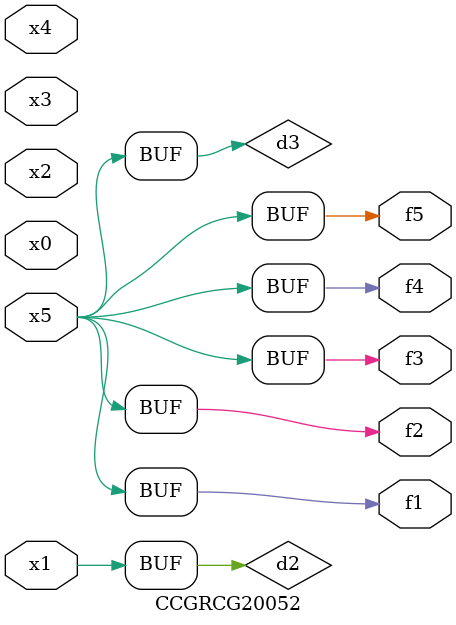
<source format=v>
module CCGRCG20052(
	input x0, x1, x2, x3, x4, x5,
	output f1, f2, f3, f4, f5
);

	wire d1, d2, d3;

	not (d1, x5);
	or (d2, x1);
	xnor (d3, d1);
	assign f1 = d3;
	assign f2 = d3;
	assign f3 = d3;
	assign f4 = d3;
	assign f5 = d3;
endmodule

</source>
